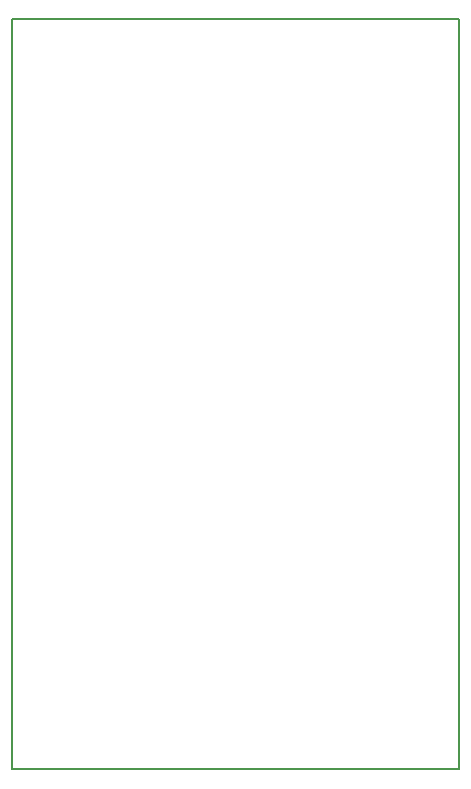
<source format=gbr>
G04 #@! TF.GenerationSoftware,KiCad,Pcbnew,(5.1.4)-1*
G04 #@! TF.CreationDate,2020-01-10T19:08:40-06:00*
G04 #@! TF.ProjectId,EncoderBoard,456e636f-6465-4724-926f-6172642e6b69,v1.0*
G04 #@! TF.SameCoordinates,Original*
G04 #@! TF.FileFunction,Profile,NP*
%FSLAX46Y46*%
G04 Gerber Fmt 4.6, Leading zero omitted, Abs format (unit mm)*
G04 Created by KiCad (PCBNEW (5.1.4)-1) date 2020-01-10 19:08:40*
%MOMM*%
%LPD*%
G04 APERTURE LIST*
%ADD10C,0.150000*%
G04 APERTURE END LIST*
D10*
X104140000Y-83794600D02*
X104140000Y-147320000D01*
X104140000Y-83794600D02*
X141986000Y-83794600D01*
X141986000Y-83794600D02*
X141986000Y-147320000D01*
X104140000Y-147320000D02*
X141986000Y-147320000D01*
M02*

</source>
